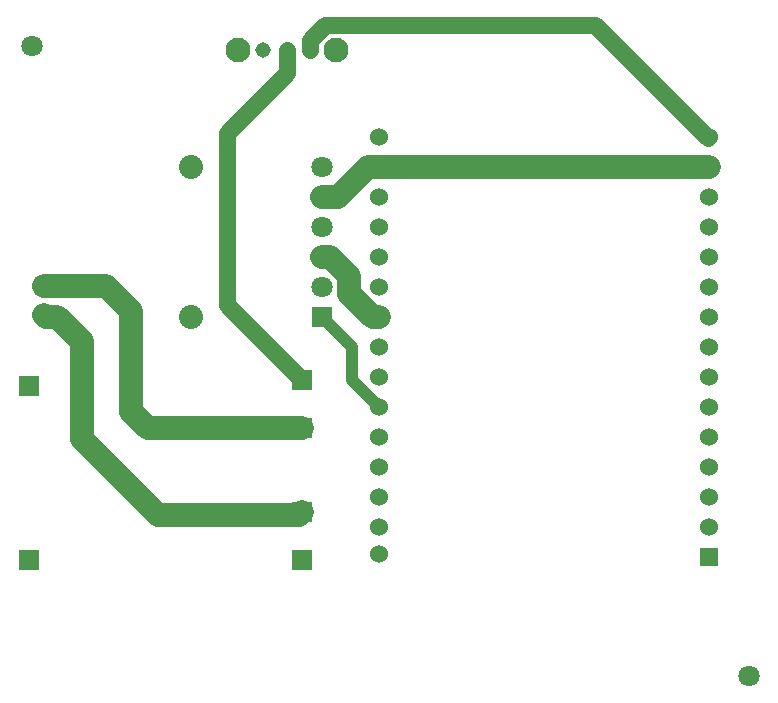
<source format=gbr>
G04*
G04 #@! TF.GenerationSoftware,Altium Limited,Altium Designer,24.6.1 (21)*
G04*
G04 Layer_Physical_Order=2*
G04 Layer_Color=16711680*
%FSLAX44Y44*%
%MOMM*%
G71*
G04*
G04 #@! TF.SameCoordinates,455CBF28-0157-4816-AAA5-8F8310DED926*
G04*
G04*
G04 #@! TF.FilePolarity,Positive*
G04*
G01*
G75*
%ADD29C,1.0000*%
%ADD30C,1.5240*%
%ADD31R,1.5240X1.5240*%
%ADD32C,1.8000*%
%ADD33C,1.3080*%
%ADD34C,2.1000*%
%ADD35R,1.5750X1.5750*%
%ADD36C,1.5750*%
%ADD37R,1.8000X1.8000*%
%ADD38C,1.8000*%
%ADD39R,1.8000X1.8000*%
%ADD40C,2.0320*%
%ADD41C,2.0000*%
%ADD42C,1.4000*%
D29*
X1190219Y957351D02*
Y985291D01*
Y957351D02*
X1212850Y934720D01*
X1164590Y1010920D02*
X1190219Y985291D01*
D30*
X1212850Y883920D02*
D03*
Y934720D02*
D03*
Y909320D02*
D03*
Y858520D02*
D03*
Y833120D02*
D03*
Y810260D02*
D03*
X1492250Y1137920D02*
D03*
Y833120D02*
D03*
Y1163320D02*
D03*
Y1112520D02*
D03*
Y1087120D02*
D03*
Y1061720D02*
D03*
Y1036320D02*
D03*
Y1010920D02*
D03*
Y985520D02*
D03*
Y960120D02*
D03*
Y934720D02*
D03*
Y909320D02*
D03*
Y883920D02*
D03*
Y858520D02*
D03*
X1212850Y1137920D02*
D03*
Y960120D02*
D03*
Y985520D02*
D03*
Y1010920D02*
D03*
Y1036320D02*
D03*
Y1061720D02*
D03*
Y1087120D02*
D03*
Y1112520D02*
D03*
Y1163320D02*
D03*
D31*
X1492250Y807720D02*
D03*
D32*
X919247Y1240364D02*
D03*
X1526540Y707390D02*
D03*
D33*
X1155060Y1236980D02*
D03*
X1115060D02*
D03*
X1135060D02*
D03*
D34*
X1176560D02*
D03*
X1093560D02*
D03*
D35*
X929810Y1037390D02*
D03*
D36*
Y1012390D02*
D03*
D37*
X916940Y952500D02*
D03*
Y805180D02*
D03*
X1148080Y957580D02*
D03*
Y805180D02*
D03*
Y916940D02*
D03*
Y845820D02*
D03*
D38*
X1164590Y1137920D02*
D03*
Y1112520D02*
D03*
Y1087120D02*
D03*
Y1061720D02*
D03*
Y1036320D02*
D03*
D39*
Y1010920D02*
D03*
D40*
X1054100D02*
D03*
Y1137920D02*
D03*
D41*
X1203960D02*
X1492250D01*
X1207675Y1010920D02*
X1212850D01*
X1187806Y1030789D02*
X1207675Y1010920D01*
X1171717Y1061720D02*
X1187806Y1045631D01*
Y1030789D02*
Y1045631D01*
X1164689Y1112619D02*
X1178659D01*
X1164590Y1112520D02*
X1164689Y1112619D01*
X1178659D02*
X1203960Y1137920D01*
X1164590Y1061720D02*
X1171717D01*
X1017270Y916940D02*
X1148080D01*
X1003300Y930910D02*
X1017270Y916940D01*
X929810Y1037390D02*
X981910D01*
X1003300Y930910D02*
Y1016000D01*
X981910Y1037390D02*
X1003300Y1016000D01*
X1026160Y843280D02*
X1145540D01*
X961390Y908050D02*
X1026160Y843280D01*
X961390Y908050D02*
Y990600D01*
X1145540Y843280D02*
X1148080Y845820D01*
X930969Y1011231D02*
X940759D01*
X929810Y1012390D02*
X930969Y1011231D01*
X940759D02*
X961390Y990600D01*
D42*
X1395730Y1258570D02*
X1490743Y1163557D01*
X1491677D01*
X1491845Y1162915D02*
Y1163390D01*
X1491677Y1163557D02*
X1491845Y1163390D01*
X1167744Y1258570D02*
X1395730D01*
X1155060Y1245886D02*
X1167744Y1258570D01*
X1155060Y1236980D02*
Y1245886D01*
X1084580Y1021080D02*
X1148080Y957580D01*
X1084580Y1167130D02*
X1135060Y1217610D01*
X1084580Y1021080D02*
Y1167130D01*
X1135060Y1217610D02*
Y1236980D01*
M02*

</source>
